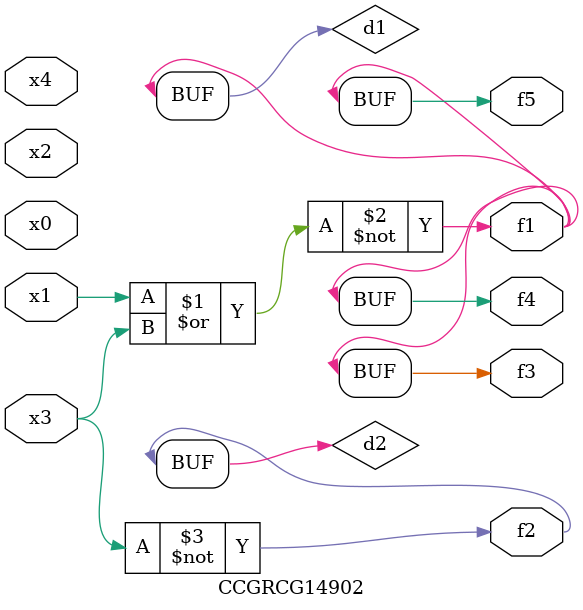
<source format=v>
module CCGRCG14902(
	input x0, x1, x2, x3, x4,
	output f1, f2, f3, f4, f5
);

	wire d1, d2;

	nor (d1, x1, x3);
	not (d2, x3);
	assign f1 = d1;
	assign f2 = d2;
	assign f3 = d1;
	assign f4 = d1;
	assign f5 = d1;
endmodule

</source>
